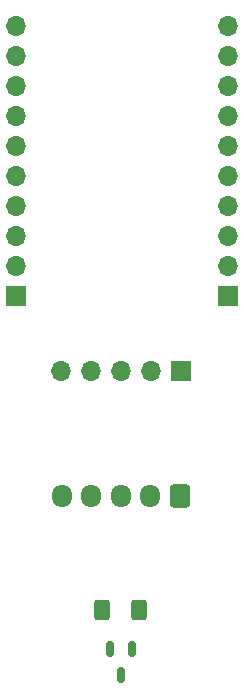
<source format=gbs>
G04 #@! TF.GenerationSoftware,KiCad,Pcbnew,7.0.6*
G04 #@! TF.CreationDate,2024-03-01T09:38:34+01:00*
G04 #@! TF.ProjectId,Alarm_lights,416c6172-6d5f-46c6-9967-6874732e6b69,1.0.1*
G04 #@! TF.SameCoordinates,Original*
G04 #@! TF.FileFunction,Soldermask,Bot*
G04 #@! TF.FilePolarity,Negative*
%FSLAX46Y46*%
G04 Gerber Fmt 4.6, Leading zero omitted, Abs format (unit mm)*
G04 Created by KiCad (PCBNEW 7.0.6) date 2024-03-01 09:38:34*
%MOMM*%
%LPD*%
G01*
G04 APERTURE LIST*
G04 Aperture macros list*
%AMRoundRect*
0 Rectangle with rounded corners*
0 $1 Rounding radius*
0 $2 $3 $4 $5 $6 $7 $8 $9 X,Y pos of 4 corners*
0 Add a 4 corners polygon primitive as box body*
4,1,4,$2,$3,$4,$5,$6,$7,$8,$9,$2,$3,0*
0 Add four circle primitives for the rounded corners*
1,1,$1+$1,$2,$3*
1,1,$1+$1,$4,$5*
1,1,$1+$1,$6,$7*
1,1,$1+$1,$8,$9*
0 Add four rect primitives between the rounded corners*
20,1,$1+$1,$2,$3,$4,$5,0*
20,1,$1+$1,$4,$5,$6,$7,0*
20,1,$1+$1,$6,$7,$8,$9,0*
20,1,$1+$1,$8,$9,$2,$3,0*%
G04 Aperture macros list end*
%ADD10R,1.700000X1.700000*%
%ADD11O,1.700000X1.700000*%
%ADD12RoundRect,0.150000X-0.150000X0.512500X-0.150000X-0.512500X0.150000X-0.512500X0.150000X0.512500X0*%
%ADD13RoundRect,0.250000X0.600000X0.725000X-0.600000X0.725000X-0.600000X-0.725000X0.600000X-0.725000X0*%
%ADD14O,1.700000X1.950000*%
%ADD15RoundRect,0.250000X0.400000X0.625000X-0.400000X0.625000X-0.400000X-0.625000X0.400000X-0.625000X0*%
G04 APERTURE END LIST*
D10*
X60198000Y-79502000D03*
D11*
X57658000Y-79502000D03*
X55118000Y-79502000D03*
X52578000Y-79502000D03*
X50038000Y-79502000D03*
D12*
X54168000Y-103002500D03*
X56068000Y-103002500D03*
X55118000Y-105277500D03*
D10*
X46238000Y-73177000D03*
D11*
X46238000Y-70637000D03*
X46238000Y-68097000D03*
X46238000Y-65557000D03*
X46238000Y-63017000D03*
X46238000Y-60477000D03*
X46238000Y-57937000D03*
X46238000Y-55397000D03*
X46238000Y-52857000D03*
X46238000Y-50317000D03*
D13*
X60118000Y-90043000D03*
D14*
X57618000Y-90043000D03*
X55118000Y-90043000D03*
X52618000Y-90043000D03*
X50118000Y-90043000D03*
D10*
X64218000Y-73157000D03*
D11*
X64218000Y-70617000D03*
X64218000Y-68077000D03*
X64218000Y-65537000D03*
X64218000Y-62997000D03*
X64218000Y-60457000D03*
X64218000Y-57917000D03*
X64218000Y-55377000D03*
X64218000Y-52837000D03*
X64218000Y-50297000D03*
D15*
X56668000Y-99695000D03*
X53568000Y-99695000D03*
M02*

</source>
